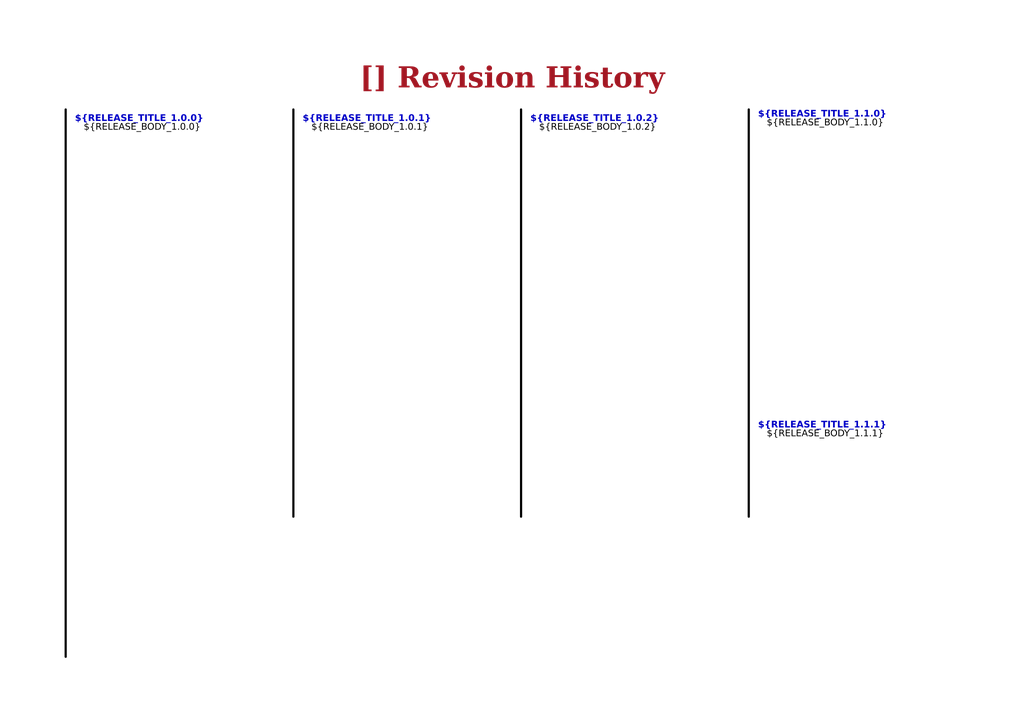
<source format=kicad_sch>
(kicad_sch
	(version 20231120)
	(generator "eeschema")
	(generator_version "8.0")
	(uuid "ea8c4f5e-7a49-4faf-a994-dbc85ed86b0a")
	(paper "A4")
	(title_block
		(title "Revision History")
		(date "2024-01-03")
		(rev "${REVISION}")
		(company "${COMPANY}")
	)
	(lib_symbols)
	(polyline
		(pts
			(xy 85.09 31.75) (xy 85.09 149.86)
		)
		(stroke
			(width 0.635)
			(type default)
			(color 0 0 0 1)
		)
		(uuid "5f29c90a-4bd5-401c-a0f6-a99df09914f4")
	)
	(polyline
		(pts
			(xy 151.13 31.75) (xy 151.13 149.86)
		)
		(stroke
			(width 0.635)
			(type default)
			(color 0 0 0 1)
		)
		(uuid "a6b610d4-f09b-4d6e-ac67-0bb3d0e09fbe")
	)
	(polyline
		(pts
			(xy 19.05 31.75) (xy 19.05 190.5)
		)
		(stroke
			(width 0.635)
			(type default)
			(color 0 0 0 1)
		)
		(uuid "d98bd22a-837a-4b14-b8b1-ecc667696c58")
	)
	(polyline
		(pts
			(xy 217.17 31.75) (xy 217.17 149.86)
		)
		(stroke
			(width 0.635)
			(type default)
			(color 0 0 0 1)
		)
		(uuid "fe21cbb6-f53c-41a1-bc1c-520e82f71f78")
	)
	(text_box "${RELEASE_BODY_1.1.0}"
		(exclude_from_sim no)
		(at 220.98 33.02 0)
		(size 58.42 85.09)
		(stroke
			(width -0.0001)
			(type default)
		)
		(fill
			(type none)
		)
		(effects
			(font
				(face "Arial")
				(size 1.905 1.905)
				(color 0 0 0 1)
			)
			(justify left top)
		)
		(uuid "0c062e2b-2be1-4307-b752-045c211787f4")
	)
	(text_box "[${#}] ${TITLE}"
		(exclude_from_sim no)
		(at 80.01 16.51 0)
		(size 137.16 12.7)
		(stroke
			(width -0.0001)
			(type default)
		)
		(fill
			(type none)
		)
		(effects
			(font
				(face "Times New Roman")
				(size 6 6)
				(thickness 1.2)
				(bold yes)
				(color 162 22 34 1)
			)
		)
		(uuid "20a0a094-ac98-46df-bdac-21d5721f7697")
	)
	(text_box "${RELEASE_BODY_1.0.0}"
		(exclude_from_sim no)
		(at 22.86 34.29 0)
		(size 58.42 149.86)
		(stroke
			(width -0.0001)
			(type default)
		)
		(fill
			(type none)
		)
		(effects
			(font
				(face "Arial")
				(size 1.905 1.905)
				(color 0 0 0 1)
			)
			(justify left top)
		)
		(uuid "212b625e-4169-46f2-a2fc-afc6cbef07cd")
	)
	(text_box "${RELEASE_TITLE_1.0.2}"
		(exclude_from_sim no)
		(at 152.4 31.75 0)
		(size 57.15 7.62)
		(stroke
			(width -0.0001)
			(type default)
		)
		(fill
			(type none)
		)
		(effects
			(font
				(face "Arial")
				(size 1.905 1.905)
				(thickness 0.254)
				(bold yes)
			)
			(justify left top)
		)
		(uuid "61447e65-3862-4ca7-a61e-5d8506cb38bb")
	)
	(text_box "${RELEASE_BODY_1.1.1}"
		(exclude_from_sim no)
		(at 220.98 123.19 0)
		(size 58.42 27.94)
		(stroke
			(width -0.0001)
			(type default)
		)
		(fill
			(type none)
		)
		(effects
			(font
				(face "Arial")
				(size 1.905 1.905)
				(color 0 0 0 1)
			)
			(justify left top)
		)
		(uuid "716541ae-5b9a-47ea-90b1-4a234e4502c5")
	)
	(text_box "${RELEASE_TITLE_1.1.1}"
		(exclude_from_sim no)
		(at 218.44 120.65 0)
		(size 57.15 7.62)
		(stroke
			(width -0.0001)
			(type default)
		)
		(fill
			(type none)
		)
		(effects
			(font
				(face "Arial")
				(size 1.905 1.905)
				(thickness 0.254)
				(bold yes)
			)
			(justify left top)
		)
		(uuid "83804459-d785-46b8-af72-10fc9895a6a5")
	)
	(text_box "${RELEASE_BODY_1.0.2}"
		(exclude_from_sim no)
		(at 154.94 34.29 0)
		(size 58.42 115.57)
		(stroke
			(width -0.0001)
			(type default)
		)
		(fill
			(type none)
		)
		(effects
			(font
				(face "Arial")
				(size 1.905 1.905)
				(color 0 0 0 1)
			)
			(justify left top)
		)
		(uuid "8ad0acb7-8a2e-40a2-87c7-888a93359ccd")
	)
	(text_box "${RELEASE_BODY_1.0.1}"
		(exclude_from_sim no)
		(at 88.9 34.29 0)
		(size 58.42 109.22)
		(stroke
			(width -0.0001)
			(type default)
		)
		(fill
			(type none)
		)
		(effects
			(font
				(face "Arial")
				(size 1.905 1.905)
				(color 0 0 0 1)
			)
			(justify left top)
		)
		(uuid "9af8400a-3034-4071-a364-608020db49d5")
	)
	(text_box "${RELEASE_TITLE_1.0.0}"
		(exclude_from_sim no)
		(at 20.32 31.75 0)
		(size 57.15 7.62)
		(stroke
			(width -0.0001)
			(type default)
		)
		(fill
			(type none)
		)
		(effects
			(font
				(face "Arial")
				(size 1.905 1.905)
				(thickness 0.254)
				(bold yes)
			)
			(justify left top)
		)
		(uuid "d183a6b7-e8a2-46ec-8c3c-ec3041423bc1")
	)
	(text_box "${RELEASE_TITLE_1.0.1}"
		(exclude_from_sim no)
		(at 86.36 31.75 0)
		(size 57.15 7.62)
		(stroke
			(width -0.0001)
			(type default)
		)
		(fill
			(type none)
		)
		(effects
			(font
				(face "Arial")
				(size 1.905 1.905)
				(thickness 0.254)
				(bold yes)
			)
			(justify left top)
		)
		(uuid "ed7f1ff6-56f6-4427-ab7f-2ffe27717c3d")
	)
	(text_box "${RELEASE_TITLE_1.1.0}"
		(exclude_from_sim no)
		(at 218.44 30.48 0)
		(size 57.15 7.62)
		(stroke
			(width -0.0001)
			(type default)
		)
		(fill
			(type none)
		)
		(effects
			(font
				(face "Arial")
				(size 1.905 1.905)
				(thickness 0.254)
				(bold yes)
			)
			(justify left top)
		)
		(uuid "f47af890-f55a-44bf-b54f-b7df3adde008")
	)
)

</source>
